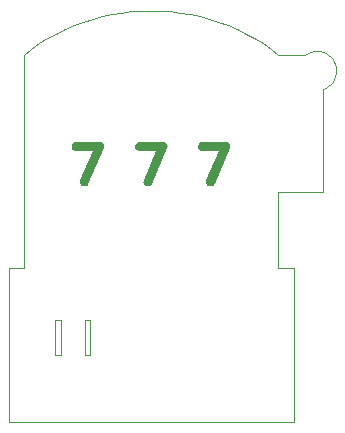
<source format=gbr>
%TF.GenerationSoftware,KiCad,Pcbnew,8.0.8*%
%TF.CreationDate,2025-04-07T01:45:18-03:00*%
%TF.ProjectId,Sao_SlotMachine_v2,53616f5f-536c-46f7-944d-616368696e65,rev?*%
%TF.SameCoordinates,Original*%
%TF.FileFunction,Profile,NP*%
%FSLAX46Y46*%
G04 Gerber Fmt 4.6, Leading zero omitted, Abs format (unit mm)*
G04 Created by KiCad (PCBNEW 8.0.8) date 2025-04-07 01:45:18*
%MOMM*%
%LPD*%
G01*
G04 APERTURE LIST*
%TA.AperFunction,Profile*%
%ADD10C,0.050000*%
%TD*%
%TA.AperFunction,Profile*%
%ADD11C,0.100000*%
%TD*%
%TA.AperFunction,Profile*%
%ADD12C,0.000000*%
%TD*%
G04 APERTURE END LIST*
D10*
X112329577Y-76632083D02*
X112829577Y-76632083D01*
X112829577Y-79632083D01*
X112329577Y-79632083D01*
X112329577Y-76632083D01*
D11*
X121236124Y-50460927D02*
X122066921Y-50520346D01*
X122893950Y-50619230D01*
X123715337Y-50757353D01*
X124529222Y-50934403D01*
X125333760Y-51149978D01*
X126127130Y-51403591D01*
X126907533Y-51694666D01*
X127673203Y-52022545D01*
X128422405Y-52386485D01*
X129153441Y-52785661D01*
X129864655Y-53219168D01*
X130554436Y-53686026D01*
X131169954Y-54167781D01*
X133487313Y-54169344D01*
X133709413Y-54033241D01*
X133950070Y-53933558D01*
X134203359Y-53872748D01*
X134463041Y-53852311D01*
X134722723Y-53872748D01*
X134976012Y-53933558D01*
X135216669Y-54033241D01*
X135438769Y-54169344D01*
X135636844Y-54338516D01*
X135806016Y-54536591D01*
X135942119Y-54758691D01*
X136041802Y-54999348D01*
X136102612Y-55252637D01*
X136123049Y-55512319D01*
X136102612Y-55772001D01*
X136041802Y-56025290D01*
X135942119Y-56265947D01*
X135806016Y-56488047D01*
X135636844Y-56686122D01*
X135438769Y-56855294D01*
X135216669Y-56991397D01*
X134991222Y-57084780D01*
X134999999Y-57084780D01*
X134997287Y-60918856D01*
X134999999Y-60905218D01*
X134997287Y-65839684D01*
X131169559Y-65836811D01*
X131169559Y-72206312D01*
X132516978Y-72206312D01*
X132522198Y-85286071D01*
X108383187Y-85286071D01*
X108383187Y-72205883D01*
X109696057Y-72206312D01*
X109696057Y-54327164D01*
X109695523Y-54175422D01*
X110252444Y-53686026D01*
X110942225Y-53219168D01*
X111653439Y-52785661D01*
X112384475Y-52386485D01*
X113133677Y-52022545D01*
X113899347Y-51694666D01*
X114679750Y-51403591D01*
X115473120Y-51149978D01*
X116277658Y-50934403D01*
X117091543Y-50757353D01*
X117912930Y-50619230D01*
X118739959Y-50520346D01*
X119570756Y-50460927D01*
X120403440Y-50441105D01*
X121236124Y-50460927D01*
D12*
%TA.AperFunction,Profile*%
G36*
X126748882Y-61569833D02*
G01*
X126750353Y-61569658D01*
X126753812Y-61570156D01*
X126794727Y-61572838D01*
X126820666Y-61579788D01*
X126847247Y-61583618D01*
X126867747Y-61592403D01*
X126889286Y-61598175D01*
X126912539Y-61611600D01*
X126937226Y-61622180D01*
X126954752Y-61635971D01*
X126974066Y-61647122D01*
X126993056Y-61666112D01*
X127014158Y-61682717D01*
X127027516Y-61700572D01*
X127043288Y-61716344D01*
X127056714Y-61739599D01*
X127072802Y-61761103D01*
X127081085Y-61781812D01*
X127092235Y-61801124D01*
X127099184Y-61827059D01*
X127109159Y-61851996D01*
X127111800Y-61874142D01*
X127117572Y-61895683D01*
X127117572Y-61922538D01*
X127120752Y-61949202D01*
X127117572Y-61971273D01*
X127117572Y-61993577D01*
X127110621Y-62019517D01*
X127106792Y-62046096D01*
X127093139Y-62084761D01*
X127092235Y-62088136D01*
X127091495Y-62089417D01*
X127090460Y-62092349D01*
X125804745Y-65092350D01*
X125782516Y-65136075D01*
X125721979Y-65213008D01*
X125643593Y-65271652D01*
X125552700Y-65308009D01*
X125455494Y-65319602D01*
X125358599Y-65305642D01*
X125268621Y-65267080D01*
X125191688Y-65206543D01*
X125133044Y-65128157D01*
X125096687Y-65037264D01*
X125085094Y-64940058D01*
X125099054Y-64843163D01*
X125115387Y-64796910D01*
X126177078Y-62319630D01*
X124745780Y-62319630D01*
X124696833Y-62316422D01*
X124602274Y-62291085D01*
X124517494Y-62242138D01*
X124448272Y-62172916D01*
X124399325Y-62088136D01*
X124373988Y-61993577D01*
X124373988Y-61895683D01*
X124399325Y-61801124D01*
X124448272Y-61716344D01*
X124517494Y-61647122D01*
X124602274Y-61598175D01*
X124696833Y-61572838D01*
X124745780Y-61569630D01*
X126745780Y-61569630D01*
X126748882Y-61569833D01*
G37*
%TD.AperFunction*%
D10*
X114791951Y-76644986D02*
X115291951Y-76644986D01*
X115291951Y-79644986D01*
X114791951Y-79644986D01*
X114791951Y-76644986D01*
D12*
%TA.AperFunction,Profile*%
G36*
X116071804Y-61569833D02*
G01*
X116073275Y-61569658D01*
X116076734Y-61570156D01*
X116117649Y-61572838D01*
X116143588Y-61579788D01*
X116170169Y-61583618D01*
X116190669Y-61592403D01*
X116212208Y-61598175D01*
X116235461Y-61611600D01*
X116260148Y-61622180D01*
X116277674Y-61635971D01*
X116296988Y-61647122D01*
X116315978Y-61666112D01*
X116337080Y-61682717D01*
X116350438Y-61700572D01*
X116366210Y-61716344D01*
X116379636Y-61739599D01*
X116395724Y-61761103D01*
X116404007Y-61781812D01*
X116415157Y-61801124D01*
X116422106Y-61827059D01*
X116432081Y-61851996D01*
X116434722Y-61874142D01*
X116440494Y-61895683D01*
X116440494Y-61922538D01*
X116443674Y-61949202D01*
X116440494Y-61971273D01*
X116440494Y-61993577D01*
X116433543Y-62019517D01*
X116429714Y-62046096D01*
X116416061Y-62084761D01*
X116415157Y-62088136D01*
X116414417Y-62089417D01*
X116413382Y-62092349D01*
X115127667Y-65092350D01*
X115105438Y-65136075D01*
X115044901Y-65213008D01*
X114966515Y-65271652D01*
X114875622Y-65308009D01*
X114778416Y-65319602D01*
X114681521Y-65305642D01*
X114591543Y-65267080D01*
X114514610Y-65206543D01*
X114455966Y-65128157D01*
X114419609Y-65037264D01*
X114408016Y-64940058D01*
X114421976Y-64843163D01*
X114438309Y-64796910D01*
X115500000Y-62319630D01*
X114068702Y-62319630D01*
X114019755Y-62316422D01*
X113925196Y-62291085D01*
X113840416Y-62242138D01*
X113771194Y-62172916D01*
X113722247Y-62088136D01*
X113696910Y-61993577D01*
X113696910Y-61895683D01*
X113722247Y-61801124D01*
X113771194Y-61716344D01*
X113840416Y-61647122D01*
X113925196Y-61598175D01*
X114019755Y-61572838D01*
X114068702Y-61569630D01*
X116068702Y-61569630D01*
X116071804Y-61569833D01*
G37*
%TD.AperFunction*%
%TA.AperFunction,Profile*%
G36*
X121446376Y-61569833D02*
G01*
X121447847Y-61569658D01*
X121451306Y-61570156D01*
X121492221Y-61572838D01*
X121518160Y-61579788D01*
X121544741Y-61583618D01*
X121565241Y-61592403D01*
X121586780Y-61598175D01*
X121610033Y-61611600D01*
X121634720Y-61622180D01*
X121652246Y-61635971D01*
X121671560Y-61647122D01*
X121690550Y-61666112D01*
X121711652Y-61682717D01*
X121725010Y-61700572D01*
X121740782Y-61716344D01*
X121754208Y-61739599D01*
X121770296Y-61761103D01*
X121778579Y-61781812D01*
X121789729Y-61801124D01*
X121796678Y-61827059D01*
X121806653Y-61851996D01*
X121809294Y-61874142D01*
X121815066Y-61895683D01*
X121815066Y-61922538D01*
X121818246Y-61949202D01*
X121815066Y-61971273D01*
X121815066Y-61993577D01*
X121808115Y-62019517D01*
X121804286Y-62046096D01*
X121790633Y-62084761D01*
X121789729Y-62088136D01*
X121788989Y-62089417D01*
X121787954Y-62092349D01*
X120502239Y-65092350D01*
X120480010Y-65136075D01*
X120419473Y-65213008D01*
X120341087Y-65271652D01*
X120250194Y-65308009D01*
X120152988Y-65319602D01*
X120056093Y-65305642D01*
X119966115Y-65267080D01*
X119889182Y-65206543D01*
X119830538Y-65128157D01*
X119794181Y-65037264D01*
X119782588Y-64940058D01*
X119796548Y-64843163D01*
X119812881Y-64796910D01*
X120874572Y-62319630D01*
X119443274Y-62319630D01*
X119394327Y-62316422D01*
X119299768Y-62291085D01*
X119214988Y-62242138D01*
X119145766Y-62172916D01*
X119096819Y-62088136D01*
X119071482Y-61993577D01*
X119071482Y-61895683D01*
X119096819Y-61801124D01*
X119145766Y-61716344D01*
X119214988Y-61647122D01*
X119299768Y-61598175D01*
X119394327Y-61572838D01*
X119443274Y-61569630D01*
X121443274Y-61569630D01*
X121446376Y-61569833D01*
G37*
%TD.AperFunction*%
M02*

</source>
